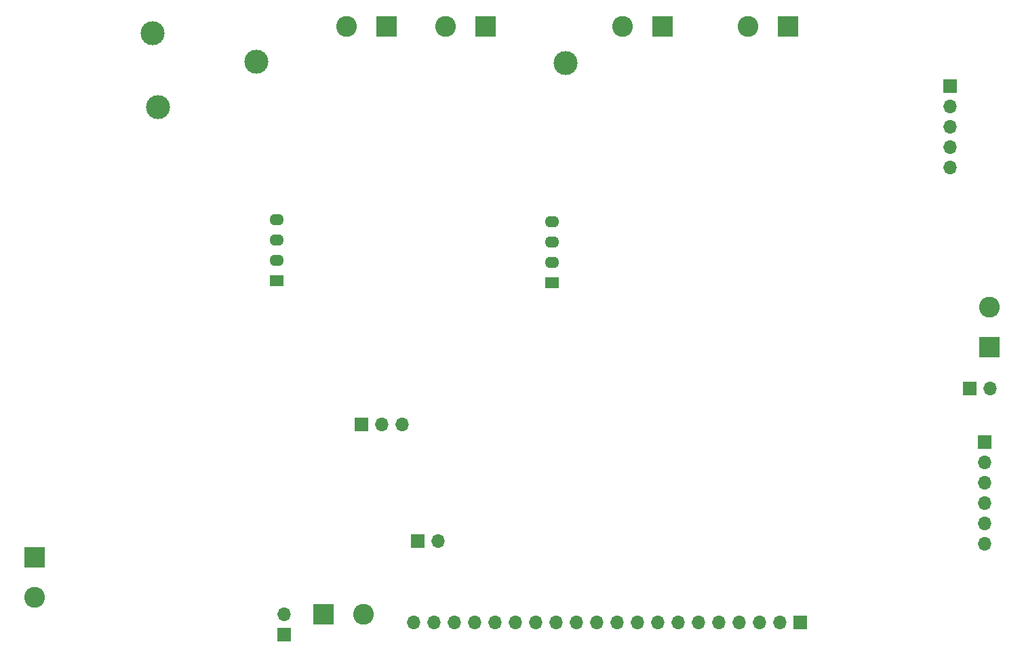
<source format=gbr>
%TF.GenerationSoftware,KiCad,Pcbnew,8.0.5*%
%TF.CreationDate,2025-03-07T14:51:54+05:30*%
%TF.ProjectId,Rapid_Core-RCP,52617069-645f-4436-9f72-652d5243502e,REV 1.0.0*%
%TF.SameCoordinates,PX811ac80PY7212260*%
%TF.FileFunction,Soldermask,Bot*%
%TF.FilePolarity,Negative*%
%FSLAX46Y46*%
G04 Gerber Fmt 4.6, Leading zero omitted, Abs format (unit mm)*
G04 Created by KiCad (PCBNEW 8.0.5) date 2025-03-07 14:51:54*
%MOMM*%
%LPD*%
G01*
G04 APERTURE LIST*
%ADD10R,2.600000X2.600000*%
%ADD11C,2.600000*%
%ADD12R,1.800000X1.400000*%
%ADD13O,1.800000X1.400000*%
%ADD14C,3.000000*%
%ADD15R,1.700000X1.700000*%
%ADD16O,1.700000X1.700000*%
G04 APERTURE END LIST*
D10*
%TO.C,J13*%
X99424000Y79362000D03*
D11*
X94424000Y79362000D03*
%TD*%
D12*
%TO.C,U2*%
X35591500Y47549500D03*
D13*
X35591500Y50089500D03*
X35591500Y52629499D03*
X35591500Y55169500D03*
%TD*%
D14*
%TO.C,TP4*%
X71724000Y74712000D03*
%TD*%
D15*
%TO.C,J7*%
X36524000Y3387000D03*
D16*
X36524000Y5927000D03*
%TD*%
D15*
%TO.C,J2*%
X46234000Y29612000D03*
D16*
X48774000Y29612000D03*
X51313999Y29612000D03*
%TD*%
D10*
%TO.C,J10*%
X124624000Y39312000D03*
D11*
X124624000Y44312000D03*
%TD*%
D15*
%TO.C,J6*%
X119724000Y71832000D03*
D16*
X119724000Y69292000D03*
X119724000Y66752001D03*
X119724000Y64212000D03*
X119724000Y61672000D03*
%TD*%
D12*
%TO.C,U1*%
X69991500Y47349500D03*
D13*
X69991500Y49889500D03*
X69991500Y52429499D03*
X69991500Y54969500D03*
%TD*%
D10*
%TO.C,J1*%
X5424000Y13012000D03*
D11*
X5424000Y8012000D03*
%TD*%
D15*
%TO.C,J5*%
X100964000Y4912000D03*
D16*
X98424000Y4912000D03*
X95884000Y4912000D03*
X93344000Y4912000D03*
X90804000Y4912000D03*
X88264000Y4912000D03*
X85724000Y4912000D03*
X83184000Y4912000D03*
X80644000Y4912000D03*
X78104000Y4912000D03*
X75564000Y4912000D03*
X73024000Y4912000D03*
X70484000Y4912000D03*
X67944000Y4912000D03*
X65404000Y4912000D03*
X62864000Y4912000D03*
X60324000Y4912000D03*
X57784000Y4912000D03*
X55244000Y4912000D03*
X52704000Y4912000D03*
%TD*%
D10*
%TO.C,J11*%
X49324000Y79312000D03*
D11*
X44324000Y79312000D03*
%TD*%
D14*
%TO.C,TP6*%
X20124000Y78512000D03*
%TD*%
D10*
%TO.C,J12*%
X61724000Y79312000D03*
D11*
X56724000Y79312000D03*
%TD*%
D15*
%TO.C,J4*%
X124024000Y27442000D03*
D16*
X124024000Y24902000D03*
X124024000Y22362000D03*
X124024000Y19822000D03*
X124024000Y17282000D03*
X124024000Y14742000D03*
%TD*%
D10*
%TO.C,J14*%
X83824000Y79312000D03*
D11*
X78824000Y79312000D03*
%TD*%
D10*
%TO.C,J8*%
X41424000Y5912000D03*
D11*
X46424000Y5912000D03*
%TD*%
D14*
%TO.C,TP7*%
X33124000Y74912000D03*
%TD*%
%TO.C,TP5*%
X20824000Y69212000D03*
%TD*%
D15*
%TO.C,J9*%
X122124000Y34112000D03*
D16*
X124664000Y34112000D03*
%TD*%
D15*
%TO.C,J3*%
X53249000Y15062000D03*
D16*
X55789000Y15062000D03*
%TD*%
M02*

</source>
